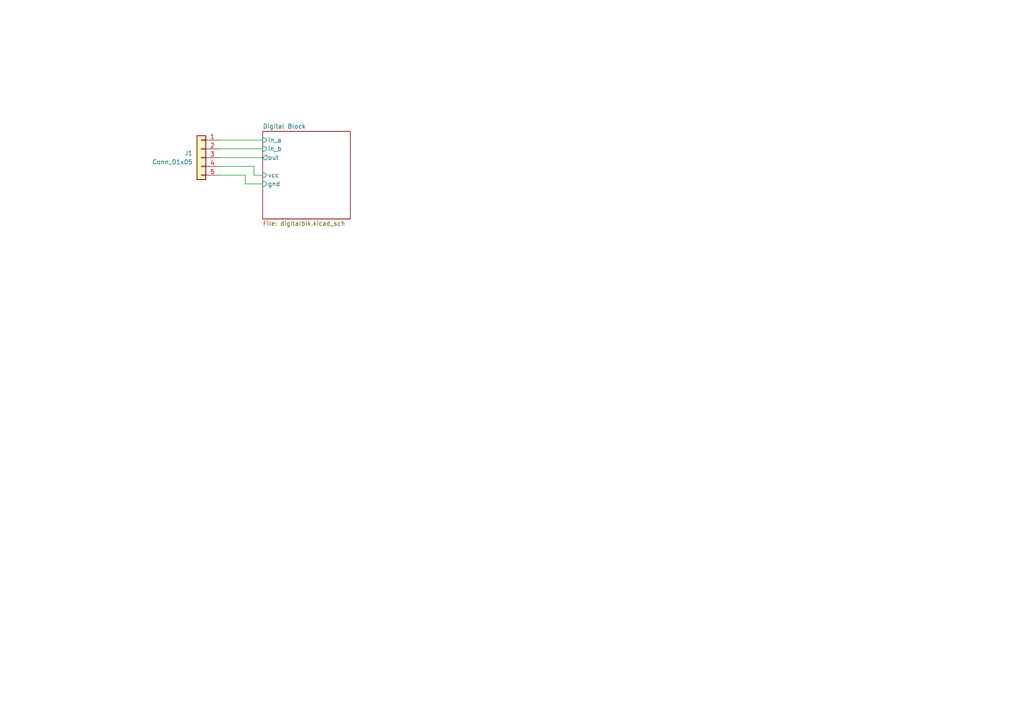
<source format=kicad_sch>
(kicad_sch
	(version 20250114)
	(generator "eeschema")
	(generator_version "9.0")
	(uuid "dd007cee-fe72-44bf-b7dc-9516bf68dc82")
	(paper "A4")
	(lib_symbols
		(symbol "Connector_Generic:Conn_01x05"
			(pin_names
				(offset 1.016)
				(hide yes)
			)
			(exclude_from_sim no)
			(in_bom yes)
			(on_board yes)
			(property "Reference" "J"
				(at 0 7.62 0)
				(effects
					(font
						(size 1.27 1.27)
					)
				)
			)
			(property "Value" "Conn_01x05"
				(at 0 -7.62 0)
				(effects
					(font
						(size 1.27 1.27)
					)
				)
			)
			(property "Footprint" ""
				(at 0 0 0)
				(effects
					(font
						(size 1.27 1.27)
					)
					(hide yes)
				)
			)
			(property "Datasheet" "~"
				(at 0 0 0)
				(effects
					(font
						(size 1.27 1.27)
					)
					(hide yes)
				)
			)
			(property "Description" "Generic connector, single row, 01x05, script generated (kicad-library-utils/schlib/autogen/connector/)"
				(at 0 0 0)
				(effects
					(font
						(size 1.27 1.27)
					)
					(hide yes)
				)
			)
			(property "ki_keywords" "connector"
				(at 0 0 0)
				(effects
					(font
						(size 1.27 1.27)
					)
					(hide yes)
				)
			)
			(property "ki_fp_filters" "Connector*:*_1x??_*"
				(at 0 0 0)
				(effects
					(font
						(size 1.27 1.27)
					)
					(hide yes)
				)
			)
			(symbol "Conn_01x05_1_1"
				(rectangle
					(start -1.27 6.35)
					(end 1.27 -6.35)
					(stroke
						(width 0.254)
						(type default)
					)
					(fill
						(type background)
					)
				)
				(rectangle
					(start -1.27 5.207)
					(end 0 4.953)
					(stroke
						(width 0.1524)
						(type default)
					)
					(fill
						(type none)
					)
				)
				(rectangle
					(start -1.27 2.667)
					(end 0 2.413)
					(stroke
						(width 0.1524)
						(type default)
					)
					(fill
						(type none)
					)
				)
				(rectangle
					(start -1.27 0.127)
					(end 0 -0.127)
					(stroke
						(width 0.1524)
						(type default)
					)
					(fill
						(type none)
					)
				)
				(rectangle
					(start -1.27 -2.413)
					(end 0 -2.667)
					(stroke
						(width 0.1524)
						(type default)
					)
					(fill
						(type none)
					)
				)
				(rectangle
					(start -1.27 -4.953)
					(end 0 -5.207)
					(stroke
						(width 0.1524)
						(type default)
					)
					(fill
						(type none)
					)
				)
				(pin passive line
					(at -5.08 5.08 0)
					(length 3.81)
					(name "Pin_1"
						(effects
							(font
								(size 1.27 1.27)
							)
						)
					)
					(number "1"
						(effects
							(font
								(size 1.27 1.27)
							)
						)
					)
				)
				(pin passive line
					(at -5.08 2.54 0)
					(length 3.81)
					(name "Pin_2"
						(effects
							(font
								(size 1.27 1.27)
							)
						)
					)
					(number "2"
						(effects
							(font
								(size 1.27 1.27)
							)
						)
					)
				)
				(pin passive line
					(at -5.08 0 0)
					(length 3.81)
					(name "Pin_3"
						(effects
							(font
								(size 1.27 1.27)
							)
						)
					)
					(number "3"
						(effects
							(font
								(size 1.27 1.27)
							)
						)
					)
				)
				(pin passive line
					(at -5.08 -2.54 0)
					(length 3.81)
					(name "Pin_4"
						(effects
							(font
								(size 1.27 1.27)
							)
						)
					)
					(number "4"
						(effects
							(font
								(size 1.27 1.27)
							)
						)
					)
				)
				(pin passive line
					(at -5.08 -5.08 0)
					(length 3.81)
					(name "Pin_5"
						(effects
							(font
								(size 1.27 1.27)
							)
						)
					)
					(number "5"
						(effects
							(font
								(size 1.27 1.27)
							)
						)
					)
				)
			)
			(embedded_fonts no)
		)
	)
	(wire
		(pts
			(xy 73.66 50.8) (xy 76.2 50.8)
		)
		(stroke
			(width 0)
			(type default)
		)
		(uuid "11f7f9b1-7866-47a5-8a09-820d8c04ab56")
	)
	(wire
		(pts
			(xy 73.66 48.26) (xy 73.66 50.8)
		)
		(stroke
			(width 0)
			(type default)
		)
		(uuid "1ef8a844-d5c8-4ae6-9007-7678e1704849")
	)
	(wire
		(pts
			(xy 71.12 50.8) (xy 71.12 53.34)
		)
		(stroke
			(width 0)
			(type default)
		)
		(uuid "3c80b3fc-8472-4155-9303-cf51b169d688")
	)
	(wire
		(pts
			(xy 63.5 45.72) (xy 76.2 45.72)
		)
		(stroke
			(width 0)
			(type default)
		)
		(uuid "52c48209-c8a7-4137-8b6f-3181d7f958dc")
	)
	(wire
		(pts
			(xy 71.12 53.34) (xy 76.2 53.34)
		)
		(stroke
			(width 0)
			(type default)
		)
		(uuid "59f3b0f0-147a-43d3-a3d3-b09de78845e9")
	)
	(wire
		(pts
			(xy 63.5 43.18) (xy 76.2 43.18)
		)
		(stroke
			(width 0)
			(type default)
		)
		(uuid "a46592af-fe35-4d9b-b703-637db84c346f")
	)
	(wire
		(pts
			(xy 63.5 48.26) (xy 73.66 48.26)
		)
		(stroke
			(width 0)
			(type default)
		)
		(uuid "c7fdf94c-22dc-4843-8314-02d46aaa4059")
	)
	(wire
		(pts
			(xy 63.5 50.8) (xy 71.12 50.8)
		)
		(stroke
			(width 0)
			(type default)
		)
		(uuid "ed598669-13e5-43f5-a8c3-73161266c02d")
	)
	(wire
		(pts
			(xy 63.5 40.64) (xy 76.2 40.64)
		)
		(stroke
			(width 0)
			(type default)
		)
		(uuid "fa230379-cd2d-4fdc-a53b-9b7a8ec90193")
	)
	(symbol
		(lib_id "Connector_Generic:Conn_01x05")
		(at 58.42 45.72 0)
		(mirror y)
		(unit 1)
		(exclude_from_sim no)
		(in_bom yes)
		(on_board yes)
		(dnp no)
		(uuid "b021481e-41df-43a6-81f4-6d7bfea82708")
		(property "Reference" "J1"
			(at 55.88 44.45 0)
			(effects
				(font
					(size 1.27 1.27)
				)
				(justify left)
			)
		)
		(property "Value" "Conn_01x05"
			(at 55.88 46.99 0)
			(effects
				(font
					(size 1.27 1.27)
				)
				(justify left)
			)
		)
		(property "Footprint" ""
			(at 58.42 45.72 0)
			(effects
				(font
					(size 1.27 1.27)
				)
				(hide yes)
			)
		)
		(property "Datasheet" "~"
			(at 58.42 45.72 0)
			(effects
				(font
					(size 1.27 1.27)
				)
				(hide yes)
			)
		)
		(property "Description" "Generic connector, single row, 01x05, script generated (kicad-library-utils/schlib/autogen/connector/)"
			(at 58.42 45.72 0)
			(effects
				(font
					(size 1.27 1.27)
				)
				(hide yes)
			)
		)
		(pin "1"
			(uuid "8bf37fcf-b254-46b6-a8a3-c56b2ba3a0d2")
		)
		(pin "2"
			(uuid "6eec2f98-73b1-43eb-9a66-730277bf4e00")
		)
		(pin "4"
			(uuid "c03a28fb-ad31-46dc-b3f8-a1fcfd20ab05")
		)
		(pin "5"
			(uuid "f021528d-d6eb-4f20-8754-5dba7835cdd8")
		)
		(pin "3"
			(uuid "ee5fb8d9-41a4-4198-aeeb-f8172aeb031f")
		)
		(instances
			(project ""
				(path "/dd007cee-fe72-44bf-b7dc-9516bf68dc82"
					(reference "J1")
					(unit 1)
				)
			)
		)
	)
	(sheet
		(at 76.2 38.1)
		(size 25.4 25.4)
		(exclude_from_sim no)
		(in_bom yes)
		(on_board yes)
		(dnp no)
		(fields_autoplaced yes)
		(stroke
			(width 0.1524)
			(type solid)
		)
		(fill
			(color 0 0 0 0.0000)
		)
		(uuid "96239df8-fc87-4c4f-984a-99e11995fa5f")
		(property "Sheetname" "Digital Block"
			(at 76.2 37.3884 0)
			(effects
				(font
					(size 1.27 1.27)
				)
				(justify left bottom)
			)
		)
		(property "Sheetfile" "digitalblk.kicad_sch"
			(at 76.2 64.0846 0)
			(effects
				(font
					(size 1.27 1.27)
				)
				(justify left top)
			)
		)
		(pin "gnd" input
			(at 76.2 53.34 180)
			(uuid "d3e8ccf3-c72f-4916-a46a-e50184640f23")
			(effects
				(font
					(size 1.27 1.27)
				)
				(justify left)
			)
		)
		(pin "in_a" input
			(at 76.2 40.64 180)
			(uuid "7bca04ab-c5cb-4bbf-8c43-1d2461a11150")
			(effects
				(font
					(size 1.27 1.27)
				)
				(justify left)
			)
		)
		(pin "in_b" input
			(at 76.2 43.18 180)
			(uuid "9c17c79d-5281-4fe0-aa3f-4028183422f7")
			(effects
				(font
					(size 1.27 1.27)
				)
				(justify left)
			)
		)
		(pin "out" output
			(at 76.2 45.72 180)
			(uuid "674289ea-e5fc-4b42-9037-034f4199e5b0")
			(effects
				(font
					(size 1.27 1.27)
				)
				(justify left)
			)
		)
		(pin "vcc" input
			(at 76.2 50.8 180)
			(uuid "f84809da-098e-4100-9fce-5ae201fd34f8")
			(effects
				(font
					(size 1.27 1.27)
				)
				(justify left)
			)
		)
		(instances
			(project "have_subsheets"
				(path "/dd007cee-fe72-44bf-b7dc-9516bf68dc82"
					(page "2")
				)
			)
		)
	)
	(sheet_instances
		(path "/"
			(page "1")
		)
	)
	(embedded_fonts no)
)

</source>
